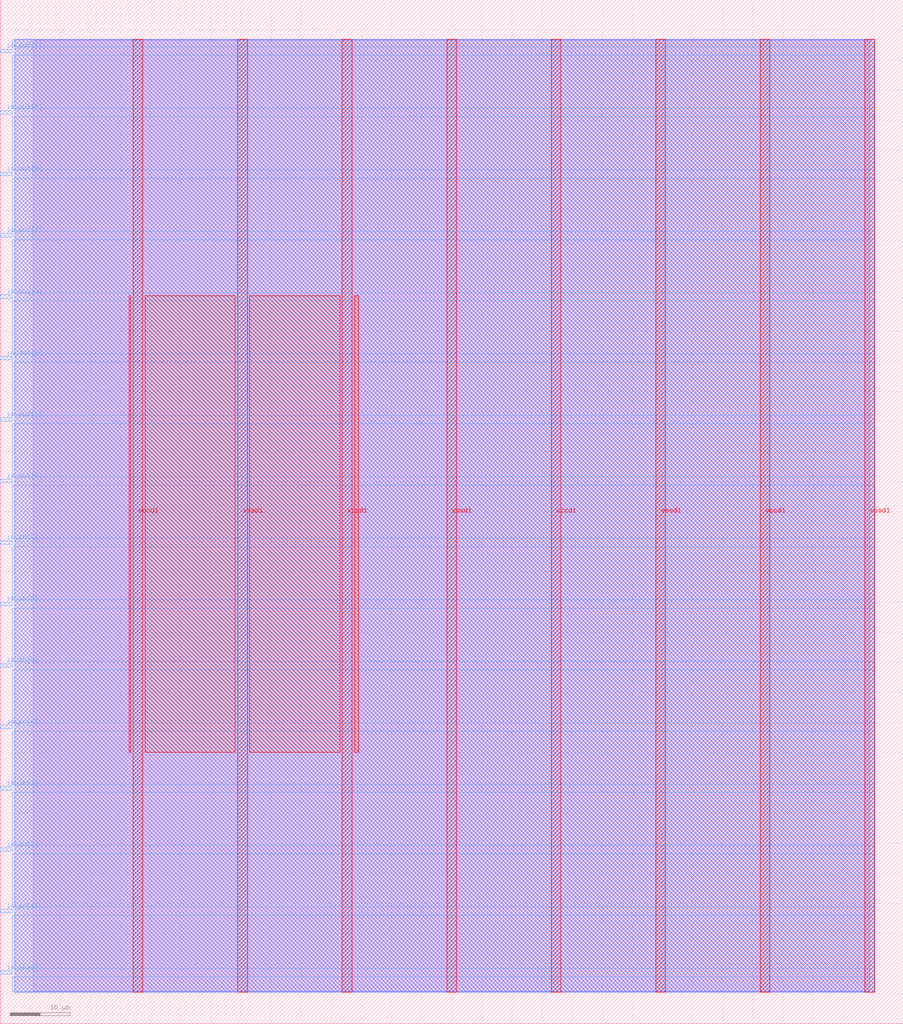
<source format=lef>
VERSION 5.7 ;
  NOWIREEXTENSIONATPIN ON ;
  DIVIDERCHAR "/" ;
  BUSBITCHARS "[]" ;
MACRO my_design
  CLASS BLOCK ;
  FOREIGN my_design ;
  ORIGIN 0.000 0.000 ;
  SIZE 150.000 BY 170.000 ;
  PIN io_in[0]
    DIRECTION INPUT ;
    USE SIGNAL ;
    PORT
      LAYER met3 ;
        RECT 0.000 8.200 2.000 8.800 ;
    END
  END io_in[0]
  PIN io_in[1]
    DIRECTION INPUT ;
    USE SIGNAL ;
    PORT
      LAYER met3 ;
        RECT 0.000 18.400 2.000 19.000 ;
    END
  END io_in[1]
  PIN io_in[2]
    DIRECTION INPUT ;
    USE SIGNAL ;
    PORT
      LAYER met3 ;
        RECT 0.000 28.600 2.000 29.200 ;
    END
  END io_in[2]
  PIN io_in[3]
    DIRECTION INPUT ;
    USE SIGNAL ;
    PORT
      LAYER met3 ;
        RECT 0.000 38.800 2.000 39.400 ;
    END
  END io_in[3]
  PIN io_in[4]
    DIRECTION INPUT ;
    USE SIGNAL ;
    PORT
      LAYER met3 ;
        RECT 0.000 49.000 2.000 49.600 ;
    END
  END io_in[4]
  PIN io_in[5]
    DIRECTION INPUT ;
    USE SIGNAL ;
    PORT
      LAYER met3 ;
        RECT 0.000 59.200 2.000 59.800 ;
    END
  END io_in[5]
  PIN io_in[6]
    DIRECTION INPUT ;
    USE SIGNAL ;
    PORT
      LAYER met3 ;
        RECT 0.000 69.400 2.000 70.000 ;
    END
  END io_in[6]
  PIN io_in[7]
    DIRECTION INPUT ;
    USE SIGNAL ;
    PORT
      LAYER met3 ;
        RECT 0.000 79.600 2.000 80.200 ;
    END
  END io_in[7]
  PIN io_out[0]
    DIRECTION OUTPUT TRISTATE ;
    USE SIGNAL ;
    PORT
      LAYER met3 ;
        RECT 0.000 89.800 2.000 90.400 ;
    END
  END io_out[0]
  PIN io_out[1]
    DIRECTION OUTPUT TRISTATE ;
    USE SIGNAL ;
    PORT
      LAYER met3 ;
        RECT 0.000 100.000 2.000 100.600 ;
    END
  END io_out[1]
  PIN io_out[2]
    DIRECTION OUTPUT TRISTATE ;
    USE SIGNAL ;
    PORT
      LAYER met3 ;
        RECT 0.000 110.200 2.000 110.800 ;
    END
  END io_out[2]
  PIN io_out[3]
    DIRECTION OUTPUT TRISTATE ;
    USE SIGNAL ;
    PORT
      LAYER met3 ;
        RECT 0.000 120.400 2.000 121.000 ;
    END
  END io_out[3]
  PIN io_out[4]
    DIRECTION OUTPUT TRISTATE ;
    USE SIGNAL ;
    PORT
      LAYER met3 ;
        RECT 0.000 130.600 2.000 131.200 ;
    END
  END io_out[4]
  PIN io_out[5]
    DIRECTION OUTPUT TRISTATE ;
    USE SIGNAL ;
    PORT
      LAYER met3 ;
        RECT 0.000 140.800 2.000 141.400 ;
    END
  END io_out[5]
  PIN io_out[6]
    DIRECTION OUTPUT TRISTATE ;
    USE SIGNAL ;
    PORT
      LAYER met3 ;
        RECT 0.000 151.000 2.000 151.600 ;
    END
  END io_out[6]
  PIN io_out[7]
    DIRECTION OUTPUT TRISTATE ;
    USE SIGNAL ;
    PORT
      LAYER met3 ;
        RECT 0.000 161.200 2.000 161.800 ;
    END
  END io_out[7]
  PIN vccd1
    DIRECTION INOUT ;
    USE POWER ;
    PORT
      LAYER met4 ;
        RECT 22.085 5.200 23.685 163.440 ;
    END
    PORT
      LAYER met4 ;
        RECT 56.815 5.200 58.415 163.440 ;
    END
    PORT
      LAYER met4 ;
        RECT 91.545 5.200 93.145 163.440 ;
    END
    PORT
      LAYER met4 ;
        RECT 126.275 5.200 127.875 163.440 ;
    END
  END vccd1
  PIN vssd1
    DIRECTION INOUT ;
    USE GROUND ;
    PORT
      LAYER met4 ;
        RECT 39.450 5.200 41.050 163.440 ;
    END
    PORT
      LAYER met4 ;
        RECT 74.180 5.200 75.780 163.440 ;
    END
    PORT
      LAYER met4 ;
        RECT 108.910 5.200 110.510 163.440 ;
    END
    PORT
      LAYER met4 ;
        RECT 143.640 5.200 145.240 163.440 ;
    END
  END vssd1
  OBS
      LAYER li1 ;
        RECT 5.520 5.355 144.440 163.285 ;
      LAYER met1 ;
        RECT 2.370 5.200 145.240 163.440 ;
      LAYER met2 ;
        RECT 2.390 5.255 145.210 163.385 ;
      LAYER met3 ;
        RECT 2.000 162.200 145.230 163.365 ;
        RECT 2.400 160.800 145.230 162.200 ;
        RECT 2.000 152.000 145.230 160.800 ;
        RECT 2.400 150.600 145.230 152.000 ;
        RECT 2.000 141.800 145.230 150.600 ;
        RECT 2.400 140.400 145.230 141.800 ;
        RECT 2.000 131.600 145.230 140.400 ;
        RECT 2.400 130.200 145.230 131.600 ;
        RECT 2.000 121.400 145.230 130.200 ;
        RECT 2.400 120.000 145.230 121.400 ;
        RECT 2.000 111.200 145.230 120.000 ;
        RECT 2.400 109.800 145.230 111.200 ;
        RECT 2.000 101.000 145.230 109.800 ;
        RECT 2.400 99.600 145.230 101.000 ;
        RECT 2.000 90.800 145.230 99.600 ;
        RECT 2.400 89.400 145.230 90.800 ;
        RECT 2.000 80.600 145.230 89.400 ;
        RECT 2.400 79.200 145.230 80.600 ;
        RECT 2.000 70.400 145.230 79.200 ;
        RECT 2.400 69.000 145.230 70.400 ;
        RECT 2.000 60.200 145.230 69.000 ;
        RECT 2.400 58.800 145.230 60.200 ;
        RECT 2.000 50.000 145.230 58.800 ;
        RECT 2.400 48.600 145.230 50.000 ;
        RECT 2.000 39.800 145.230 48.600 ;
        RECT 2.400 38.400 145.230 39.800 ;
        RECT 2.000 29.600 145.230 38.400 ;
        RECT 2.400 28.200 145.230 29.600 ;
        RECT 2.000 19.400 145.230 28.200 ;
        RECT 2.400 18.000 145.230 19.400 ;
        RECT 2.000 9.200 145.230 18.000 ;
        RECT 2.400 7.800 145.230 9.200 ;
        RECT 2.000 5.275 145.230 7.800 ;
      LAYER met4 ;
        RECT 21.455 45.055 21.685 120.865 ;
        RECT 24.085 45.055 39.050 120.865 ;
        RECT 41.450 45.055 56.415 120.865 ;
        RECT 58.815 45.055 59.505 120.865 ;
  END
END my_design
END LIBRARY


</source>
